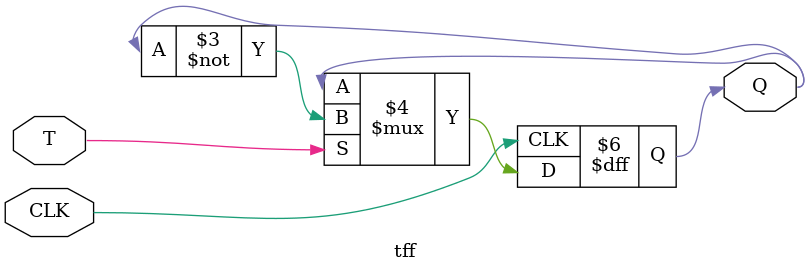
<source format=v>
module tff (
  input CLK,
  input T,
  output reg Q
);

  always @(posedge CLK) begin
    if (T == 1'b1) begin
      Q <= ~Q;
    end
  end

endmodule


</source>
